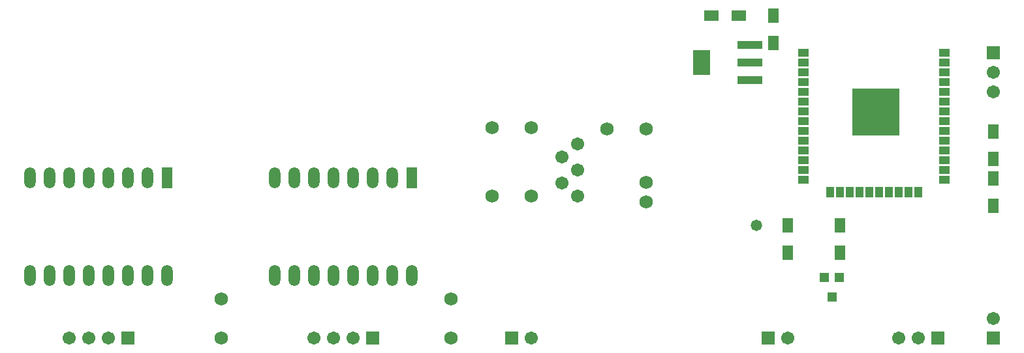
<source format=gts>
G04 Layer_Color=8388736*
%FSLAX25Y25*%
%MOIN*%
G70*
G01*
G75*
%ADD30R,0.05721X0.07493*%
%ADD31R,0.07493X0.05721*%
%ADD32R,0.04737X0.04737*%
%ADD33R,0.24422X0.24422*%
%ADD34R,0.05524X0.04343*%
%ADD35R,0.04343X0.05524*%
%ADD36R,0.12611X0.04343*%
%ADD37R,0.08674X0.12611*%
%ADD38R,0.06706X0.06706*%
%ADD39C,0.06706*%
%ADD40O,0.05800X0.10800*%
%ADD41R,0.05800X0.10800*%
%ADD42C,0.06800*%
%ADD43R,0.06706X0.06706*%
%ADD44C,0.05800*%
D30*
X682500Y199000D02*
D03*
Y185024D02*
D03*
Y223000D02*
D03*
Y209024D02*
D03*
X570000Y268524D02*
D03*
Y282500D02*
D03*
X577500Y161024D02*
D03*
Y175000D02*
D03*
X604000Y174976D02*
D03*
Y161000D02*
D03*
D31*
X552500Y282500D02*
D03*
X538524D02*
D03*
D32*
X596260Y148618D02*
D03*
X603740D02*
D03*
X600000Y138382D02*
D03*
D33*
X622622Y233051D02*
D03*
D34*
X657508Y263500D02*
D03*
Y258500D02*
D03*
Y253500D02*
D03*
Y248500D02*
D03*
Y243500D02*
D03*
Y238500D02*
D03*
Y233500D02*
D03*
Y228500D02*
D03*
Y223500D02*
D03*
Y218500D02*
D03*
Y213500D02*
D03*
Y208500D02*
D03*
Y203500D02*
D03*
Y198500D02*
D03*
X585508D02*
D03*
Y203500D02*
D03*
Y208500D02*
D03*
Y213500D02*
D03*
Y218500D02*
D03*
Y223500D02*
D03*
Y228500D02*
D03*
Y233500D02*
D03*
Y238500D02*
D03*
Y243500D02*
D03*
Y248500D02*
D03*
Y253500D02*
D03*
Y258500D02*
D03*
Y263500D02*
D03*
D35*
X644000Y192000D02*
D03*
X639000D02*
D03*
X634000D02*
D03*
X629000D02*
D03*
X624000D02*
D03*
X619000D02*
D03*
X614000D02*
D03*
X609000D02*
D03*
X604000D02*
D03*
X599008D02*
D03*
D36*
X558303Y249445D02*
D03*
Y258500D02*
D03*
Y267555D02*
D03*
D37*
X533500Y258500D02*
D03*
D38*
X654000Y117500D02*
D03*
X567500D02*
D03*
X365500D02*
D03*
X240500D02*
D03*
X436500D02*
D03*
D39*
X644000D02*
D03*
X634000D02*
D03*
X577500D02*
D03*
X355500D02*
D03*
X345500D02*
D03*
X335500D02*
D03*
X230500D02*
D03*
X220500D02*
D03*
X210500D02*
D03*
X446500D02*
D03*
X682500Y127500D02*
D03*
Y243500D02*
D03*
Y253500D02*
D03*
X470000Y216886D02*
D03*
X462126Y210193D02*
D03*
X470000Y203500D02*
D03*
X462126Y196807D02*
D03*
X470000Y190114D02*
D03*
D40*
X315500Y149500D02*
D03*
X325500D02*
D03*
X335500D02*
D03*
X345500D02*
D03*
X355500D02*
D03*
X365500D02*
D03*
X375500D02*
D03*
X385500D02*
D03*
X315500Y199500D02*
D03*
X325500D02*
D03*
X335500D02*
D03*
X345500D02*
D03*
X355500D02*
D03*
X365500D02*
D03*
X375500D02*
D03*
X190500Y149500D02*
D03*
X200500D02*
D03*
X210500D02*
D03*
X220500D02*
D03*
X230500D02*
D03*
X240500D02*
D03*
X250500D02*
D03*
X260500D02*
D03*
X190500Y199500D02*
D03*
X200500D02*
D03*
X210500D02*
D03*
X220500D02*
D03*
X230500D02*
D03*
X240500D02*
D03*
X250500D02*
D03*
D41*
X385500D02*
D03*
X260500D02*
D03*
D42*
X288000Y137500D02*
D03*
Y117500D02*
D03*
X405500Y137500D02*
D03*
Y117500D02*
D03*
X446500Y225000D02*
D03*
X426500D02*
D03*
X505000Y224500D02*
D03*
X485000D02*
D03*
X505000Y187000D02*
D03*
Y197000D02*
D03*
X446500Y190000D02*
D03*
X426500D02*
D03*
D43*
X682500Y117500D02*
D03*
Y263500D02*
D03*
D44*
X561500Y175000D02*
D03*
M02*

</source>
